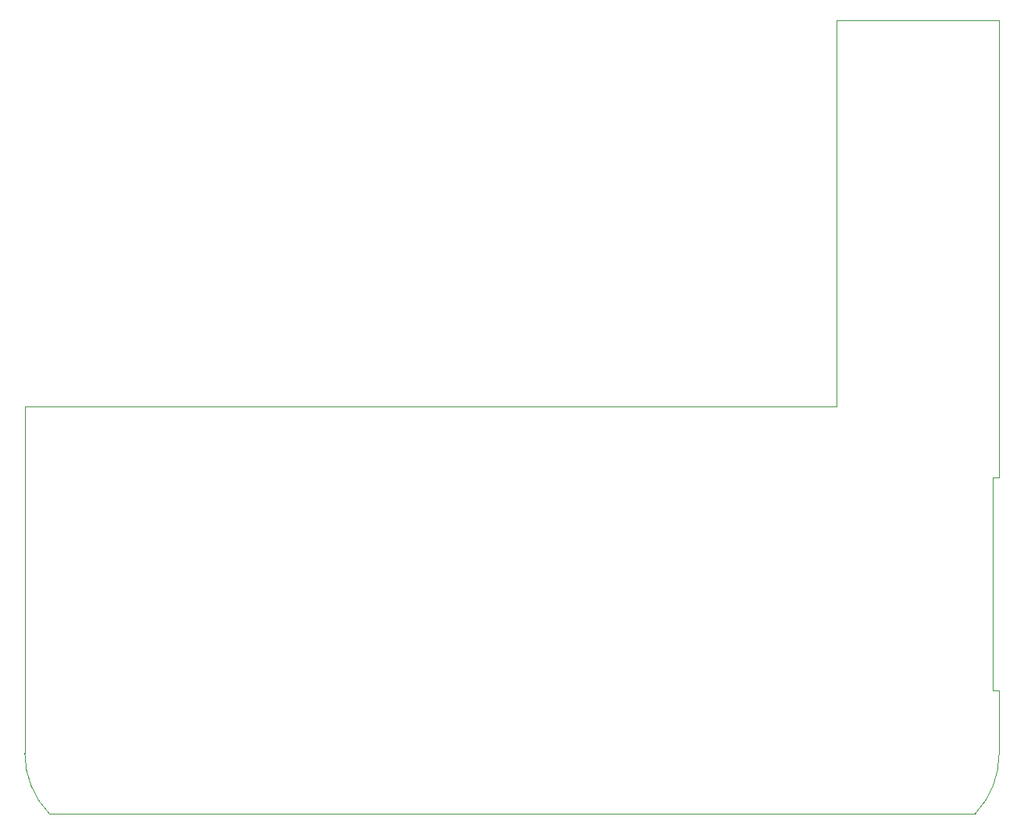
<source format=gbr>
%TF.GenerationSoftware,KiCad,Pcbnew,(6.0.1-0)*%
%TF.CreationDate,2022-04-09T17:35:36-06:00*%
%TF.ProjectId,HAT_CM4_183,4841545f-434d-4345-9f31-38332e6b6963,1.8.3*%
%TF.SameCoordinates,Original*%
%TF.FileFunction,Profile,NP*%
%FSLAX46Y46*%
G04 Gerber Fmt 4.6, Leading zero omitted, Abs format (unit mm)*
G04 Created by KiCad (PCBNEW (6.0.1-0)) date 2022-04-09 17:35:36*
%MOMM*%
%LPD*%
G01*
G04 APERTURE LIST*
%TA.AperFunction,Profile*%
%ADD10C,0.100000*%
%TD*%
G04 APERTURE END LIST*
D10*
X99965098Y-155820000D02*
X187915098Y-155820000D01*
X202990000Y-200003457D02*
X102620000Y-200010000D01*
X187915000Y-113920000D02*
X205565000Y-113920000D01*
X205570000Y-193520000D02*
X205570000Y-186630000D01*
X99965098Y-155820000D02*
X99964423Y-193459372D01*
X204890000Y-186630000D02*
X204890000Y-163510000D01*
X187915098Y-155820000D02*
X187915098Y-113920000D01*
X204890000Y-163510000D02*
X205570000Y-163510000D01*
X202990000Y-200003457D02*
G75*
G03*
X205570000Y-193520000I-6793673J6458512D01*
G01*
X205570000Y-186630000D02*
X204890000Y-186630000D01*
X205570000Y-163510000D02*
X205565000Y-113920000D01*
X99964423Y-193459372D02*
G75*
G03*
X102620000Y-200010000I9381653J-10336D01*
G01*
M02*

</source>
